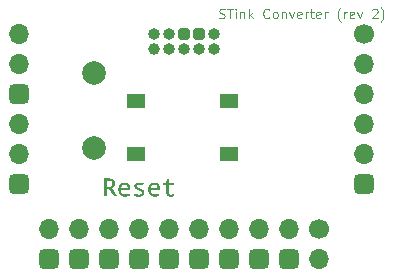
<source format=gts>
%TF.GenerationSoftware,KiCad,Pcbnew,7.0.1*%
%TF.CreationDate,2023-05-29T15:36:50+02:00*%
%TF.ProjectId,stlink-converter,73746c69-6e6b-42d6-936f-6e7665727465,rev?*%
%TF.SameCoordinates,Original*%
%TF.FileFunction,Soldermask,Top*%
%TF.FilePolarity,Negative*%
%FSLAX46Y46*%
G04 Gerber Fmt 4.6, Leading zero omitted, Abs format (unit mm)*
G04 Created by KiCad (PCBNEW 7.0.1) date 2023-05-29 15:36:50*
%MOMM*%
%LPD*%
G01*
G04 APERTURE LIST*
G04 Aperture macros list*
%AMRoundRect*
0 Rectangle with rounded corners*
0 $1 Rounding radius*
0 $2 $3 $4 $5 $6 $7 $8 $9 X,Y pos of 4 corners*
0 Add a 4 corners polygon primitive as box body*
4,1,4,$2,$3,$4,$5,$6,$7,$8,$9,$2,$3,0*
0 Add four circle primitives for the rounded corners*
1,1,$1+$1,$2,$3*
1,1,$1+$1,$4,$5*
1,1,$1+$1,$6,$7*
1,1,$1+$1,$8,$9*
0 Add four rect primitives between the rounded corners*
20,1,$1+$1,$2,$3,$4,$5,0*
20,1,$1+$1,$4,$5,$6,$7,0*
20,1,$1+$1,$6,$7,$8,$9,0*
20,1,$1+$1,$8,$9,$2,$3,0*%
G04 Aperture macros list end*
%ADD10C,0.100000*%
%ADD11C,0.300000*%
%ADD12C,2.000000*%
%ADD13C,1.000000*%
%ADD14O,1.000000X1.000000*%
%ADD15RoundRect,0.250000X0.250000X-0.250000X0.250000X0.250000X-0.250000X0.250000X-0.250000X-0.250000X0*%
%ADD16RoundRect,0.425000X-0.425000X0.425000X-0.425000X-0.425000X0.425000X-0.425000X0.425000X0.425000X0*%
%ADD17O,1.700000X1.700000*%
%ADD18C,1.700000*%
%ADD19R,1.550000X1.300000*%
%ADD20RoundRect,0.425000X-0.425000X-0.425000X0.425000X-0.425000X0.425000X0.425000X-0.425000X0.425000X0*%
%ADD21RoundRect,0.425000X0.425000X0.425000X-0.425000X0.425000X-0.425000X-0.425000X0.425000X-0.425000X0*%
G04 APERTURE END LIST*
D10*
X112166380Y-68444000D02*
X112280666Y-68482095D01*
X112280666Y-68482095D02*
X112471142Y-68482095D01*
X112471142Y-68482095D02*
X112547333Y-68444000D01*
X112547333Y-68444000D02*
X112585428Y-68405904D01*
X112585428Y-68405904D02*
X112623523Y-68329714D01*
X112623523Y-68329714D02*
X112623523Y-68253523D01*
X112623523Y-68253523D02*
X112585428Y-68177333D01*
X112585428Y-68177333D02*
X112547333Y-68139238D01*
X112547333Y-68139238D02*
X112471142Y-68101142D01*
X112471142Y-68101142D02*
X112318761Y-68063047D01*
X112318761Y-68063047D02*
X112242571Y-68024952D01*
X112242571Y-68024952D02*
X112204476Y-67986857D01*
X112204476Y-67986857D02*
X112166380Y-67910666D01*
X112166380Y-67910666D02*
X112166380Y-67834476D01*
X112166380Y-67834476D02*
X112204476Y-67758285D01*
X112204476Y-67758285D02*
X112242571Y-67720190D01*
X112242571Y-67720190D02*
X112318761Y-67682095D01*
X112318761Y-67682095D02*
X112509238Y-67682095D01*
X112509238Y-67682095D02*
X112623523Y-67720190D01*
X112852095Y-67682095D02*
X113309238Y-67682095D01*
X113080666Y-68482095D02*
X113080666Y-67682095D01*
X113575905Y-68482095D02*
X113575905Y-67948761D01*
X113575905Y-67682095D02*
X113537809Y-67720190D01*
X113537809Y-67720190D02*
X113575905Y-67758285D01*
X113575905Y-67758285D02*
X113614000Y-67720190D01*
X113614000Y-67720190D02*
X113575905Y-67682095D01*
X113575905Y-67682095D02*
X113575905Y-67758285D01*
X113956857Y-67948761D02*
X113956857Y-68482095D01*
X113956857Y-68024952D02*
X113994952Y-67986857D01*
X113994952Y-67986857D02*
X114071142Y-67948761D01*
X114071142Y-67948761D02*
X114185428Y-67948761D01*
X114185428Y-67948761D02*
X114261619Y-67986857D01*
X114261619Y-67986857D02*
X114299714Y-68063047D01*
X114299714Y-68063047D02*
X114299714Y-68482095D01*
X114680667Y-68482095D02*
X114680667Y-67682095D01*
X114756857Y-68177333D02*
X114985429Y-68482095D01*
X114985429Y-67948761D02*
X114680667Y-68253523D01*
X116394953Y-68405904D02*
X116356857Y-68444000D01*
X116356857Y-68444000D02*
X116242572Y-68482095D01*
X116242572Y-68482095D02*
X116166381Y-68482095D01*
X116166381Y-68482095D02*
X116052095Y-68444000D01*
X116052095Y-68444000D02*
X115975905Y-68367809D01*
X115975905Y-68367809D02*
X115937810Y-68291619D01*
X115937810Y-68291619D02*
X115899714Y-68139238D01*
X115899714Y-68139238D02*
X115899714Y-68024952D01*
X115899714Y-68024952D02*
X115937810Y-67872571D01*
X115937810Y-67872571D02*
X115975905Y-67796380D01*
X115975905Y-67796380D02*
X116052095Y-67720190D01*
X116052095Y-67720190D02*
X116166381Y-67682095D01*
X116166381Y-67682095D02*
X116242572Y-67682095D01*
X116242572Y-67682095D02*
X116356857Y-67720190D01*
X116356857Y-67720190D02*
X116394953Y-67758285D01*
X116852095Y-68482095D02*
X116775905Y-68444000D01*
X116775905Y-68444000D02*
X116737810Y-68405904D01*
X116737810Y-68405904D02*
X116699714Y-68329714D01*
X116699714Y-68329714D02*
X116699714Y-68101142D01*
X116699714Y-68101142D02*
X116737810Y-68024952D01*
X116737810Y-68024952D02*
X116775905Y-67986857D01*
X116775905Y-67986857D02*
X116852095Y-67948761D01*
X116852095Y-67948761D02*
X116966381Y-67948761D01*
X116966381Y-67948761D02*
X117042572Y-67986857D01*
X117042572Y-67986857D02*
X117080667Y-68024952D01*
X117080667Y-68024952D02*
X117118762Y-68101142D01*
X117118762Y-68101142D02*
X117118762Y-68329714D01*
X117118762Y-68329714D02*
X117080667Y-68405904D01*
X117080667Y-68405904D02*
X117042572Y-68444000D01*
X117042572Y-68444000D02*
X116966381Y-68482095D01*
X116966381Y-68482095D02*
X116852095Y-68482095D01*
X117461620Y-67948761D02*
X117461620Y-68482095D01*
X117461620Y-68024952D02*
X117499715Y-67986857D01*
X117499715Y-67986857D02*
X117575905Y-67948761D01*
X117575905Y-67948761D02*
X117690191Y-67948761D01*
X117690191Y-67948761D02*
X117766382Y-67986857D01*
X117766382Y-67986857D02*
X117804477Y-68063047D01*
X117804477Y-68063047D02*
X117804477Y-68482095D01*
X118109239Y-67948761D02*
X118299715Y-68482095D01*
X118299715Y-68482095D02*
X118490192Y-67948761D01*
X119099716Y-68444000D02*
X119023525Y-68482095D01*
X119023525Y-68482095D02*
X118871144Y-68482095D01*
X118871144Y-68482095D02*
X118794954Y-68444000D01*
X118794954Y-68444000D02*
X118756858Y-68367809D01*
X118756858Y-68367809D02*
X118756858Y-68063047D01*
X118756858Y-68063047D02*
X118794954Y-67986857D01*
X118794954Y-67986857D02*
X118871144Y-67948761D01*
X118871144Y-67948761D02*
X119023525Y-67948761D01*
X119023525Y-67948761D02*
X119099716Y-67986857D01*
X119099716Y-67986857D02*
X119137811Y-68063047D01*
X119137811Y-68063047D02*
X119137811Y-68139238D01*
X119137811Y-68139238D02*
X118756858Y-68215428D01*
X119480668Y-68482095D02*
X119480668Y-67948761D01*
X119480668Y-68101142D02*
X119518763Y-68024952D01*
X119518763Y-68024952D02*
X119556858Y-67986857D01*
X119556858Y-67986857D02*
X119633049Y-67948761D01*
X119633049Y-67948761D02*
X119709239Y-67948761D01*
X119861620Y-67948761D02*
X120166382Y-67948761D01*
X119975906Y-67682095D02*
X119975906Y-68367809D01*
X119975906Y-68367809D02*
X120014001Y-68444000D01*
X120014001Y-68444000D02*
X120090191Y-68482095D01*
X120090191Y-68482095D02*
X120166382Y-68482095D01*
X120737811Y-68444000D02*
X120661620Y-68482095D01*
X120661620Y-68482095D02*
X120509239Y-68482095D01*
X120509239Y-68482095D02*
X120433049Y-68444000D01*
X120433049Y-68444000D02*
X120394953Y-68367809D01*
X120394953Y-68367809D02*
X120394953Y-68063047D01*
X120394953Y-68063047D02*
X120433049Y-67986857D01*
X120433049Y-67986857D02*
X120509239Y-67948761D01*
X120509239Y-67948761D02*
X120661620Y-67948761D01*
X120661620Y-67948761D02*
X120737811Y-67986857D01*
X120737811Y-67986857D02*
X120775906Y-68063047D01*
X120775906Y-68063047D02*
X120775906Y-68139238D01*
X120775906Y-68139238D02*
X120394953Y-68215428D01*
X121118763Y-68482095D02*
X121118763Y-67948761D01*
X121118763Y-68101142D02*
X121156858Y-68024952D01*
X121156858Y-68024952D02*
X121194953Y-67986857D01*
X121194953Y-67986857D02*
X121271144Y-67948761D01*
X121271144Y-67948761D02*
X121347334Y-67948761D01*
X122452096Y-68786857D02*
X122414001Y-68748761D01*
X122414001Y-68748761D02*
X122337810Y-68634476D01*
X122337810Y-68634476D02*
X122299715Y-68558285D01*
X122299715Y-68558285D02*
X122261620Y-68444000D01*
X122261620Y-68444000D02*
X122223525Y-68253523D01*
X122223525Y-68253523D02*
X122223525Y-68101142D01*
X122223525Y-68101142D02*
X122261620Y-67910666D01*
X122261620Y-67910666D02*
X122299715Y-67796380D01*
X122299715Y-67796380D02*
X122337810Y-67720190D01*
X122337810Y-67720190D02*
X122414001Y-67605904D01*
X122414001Y-67605904D02*
X122452096Y-67567809D01*
X122756858Y-68482095D02*
X122756858Y-67948761D01*
X122756858Y-68101142D02*
X122794953Y-68024952D01*
X122794953Y-68024952D02*
X122833048Y-67986857D01*
X122833048Y-67986857D02*
X122909239Y-67948761D01*
X122909239Y-67948761D02*
X122985429Y-67948761D01*
X123556858Y-68444000D02*
X123480667Y-68482095D01*
X123480667Y-68482095D02*
X123328286Y-68482095D01*
X123328286Y-68482095D02*
X123252096Y-68444000D01*
X123252096Y-68444000D02*
X123214000Y-68367809D01*
X123214000Y-68367809D02*
X123214000Y-68063047D01*
X123214000Y-68063047D02*
X123252096Y-67986857D01*
X123252096Y-67986857D02*
X123328286Y-67948761D01*
X123328286Y-67948761D02*
X123480667Y-67948761D01*
X123480667Y-67948761D02*
X123556858Y-67986857D01*
X123556858Y-67986857D02*
X123594953Y-68063047D01*
X123594953Y-68063047D02*
X123594953Y-68139238D01*
X123594953Y-68139238D02*
X123214000Y-68215428D01*
X123861619Y-67948761D02*
X124052095Y-68482095D01*
X124052095Y-68482095D02*
X124242572Y-67948761D01*
X125118762Y-67758285D02*
X125156858Y-67720190D01*
X125156858Y-67720190D02*
X125233048Y-67682095D01*
X125233048Y-67682095D02*
X125423524Y-67682095D01*
X125423524Y-67682095D02*
X125499715Y-67720190D01*
X125499715Y-67720190D02*
X125537810Y-67758285D01*
X125537810Y-67758285D02*
X125575905Y-67834476D01*
X125575905Y-67834476D02*
X125575905Y-67910666D01*
X125575905Y-67910666D02*
X125537810Y-68024952D01*
X125537810Y-68024952D02*
X125080667Y-68482095D01*
X125080667Y-68482095D02*
X125575905Y-68482095D01*
X125842572Y-68786857D02*
X125880667Y-68748761D01*
X125880667Y-68748761D02*
X125956858Y-68634476D01*
X125956858Y-68634476D02*
X125994953Y-68558285D01*
X125994953Y-68558285D02*
X126033048Y-68444000D01*
X126033048Y-68444000D02*
X126071144Y-68253523D01*
X126071144Y-68253523D02*
X126071144Y-68101142D01*
X126071144Y-68101142D02*
X126033048Y-67910666D01*
X126033048Y-67910666D02*
X125994953Y-67796380D01*
X125994953Y-67796380D02*
X125956858Y-67720190D01*
X125956858Y-67720190D02*
X125880667Y-67605904D01*
X125880667Y-67605904D02*
X125842572Y-67567809D01*
D11*
G36*
X102839859Y-82041356D02*
G01*
X102872486Y-82042653D01*
X102904044Y-82044814D01*
X102934532Y-82047839D01*
X102963950Y-82051729D01*
X102992299Y-82056483D01*
X103019578Y-82062102D01*
X103045787Y-82068585D01*
X103070926Y-82075932D01*
X103094995Y-82084144D01*
X103117995Y-82093220D01*
X103139925Y-82103160D01*
X103160785Y-82113965D01*
X103180576Y-82125634D01*
X103199296Y-82138168D01*
X103216947Y-82151566D01*
X103233529Y-82165829D01*
X103249040Y-82180955D01*
X103263482Y-82196947D01*
X103276854Y-82213802D01*
X103289156Y-82231522D01*
X103300388Y-82250107D01*
X103310551Y-82269555D01*
X103319644Y-82289869D01*
X103327667Y-82311046D01*
X103334620Y-82333088D01*
X103340504Y-82355995D01*
X103345318Y-82379765D01*
X103349062Y-82404400D01*
X103351736Y-82429900D01*
X103353341Y-82456264D01*
X103353876Y-82483492D01*
X103353591Y-82502418D01*
X103352735Y-82520956D01*
X103351310Y-82539106D01*
X103349314Y-82556868D01*
X103346747Y-82574242D01*
X103343611Y-82591229D01*
X103339904Y-82607828D01*
X103335626Y-82624039D01*
X103330779Y-82639862D01*
X103325361Y-82655297D01*
X103319373Y-82670344D01*
X103312815Y-82685004D01*
X103305686Y-82699276D01*
X103297987Y-82713160D01*
X103289718Y-82726656D01*
X103280878Y-82739764D01*
X103271468Y-82752484D01*
X103261488Y-82764817D01*
X103250937Y-82776762D01*
X103239816Y-82788319D01*
X103228125Y-82799488D01*
X103215864Y-82810269D01*
X103203032Y-82820663D01*
X103189630Y-82830668D01*
X103175658Y-82840286D01*
X103161115Y-82849516D01*
X103146003Y-82858358D01*
X103130319Y-82866812D01*
X103114066Y-82874879D01*
X103097242Y-82882557D01*
X103079848Y-82889848D01*
X103061884Y-82896751D01*
X103474043Y-83565000D01*
X103221252Y-83565000D01*
X102860383Y-82955003D01*
X102642763Y-82955003D01*
X102642763Y-83565000D01*
X102426608Y-83565000D01*
X102426608Y-82228136D01*
X102642763Y-82228136D01*
X102642763Y-82767791D01*
X102799933Y-82767791D01*
X102821095Y-82767535D01*
X102841533Y-82766766D01*
X102861246Y-82765485D01*
X102880236Y-82763692D01*
X102898501Y-82761387D01*
X102916042Y-82758569D01*
X102932859Y-82755239D01*
X102948952Y-82751396D01*
X102964321Y-82747041D01*
X102978965Y-82742174D01*
X102992886Y-82736794D01*
X103012408Y-82727764D01*
X103030302Y-82717582D01*
X103046566Y-82706246D01*
X103051625Y-82702212D01*
X103065899Y-82689223D01*
X103078768Y-82674850D01*
X103090233Y-82659093D01*
X103100295Y-82641950D01*
X103108952Y-82623424D01*
X103116206Y-82603512D01*
X103122055Y-82582216D01*
X103125175Y-82567250D01*
X103127671Y-82551668D01*
X103129543Y-82535470D01*
X103130791Y-82518658D01*
X103131415Y-82501230D01*
X103131493Y-82492285D01*
X103131185Y-82474964D01*
X103130262Y-82458265D01*
X103128724Y-82442186D01*
X103126570Y-82426729D01*
X103123801Y-82411892D01*
X103118493Y-82390802D01*
X103111801Y-82371110D01*
X103103724Y-82352815D01*
X103094263Y-82335917D01*
X103083417Y-82320417D01*
X103071186Y-82306315D01*
X103057571Y-82293610D01*
X103052725Y-82289685D01*
X103037135Y-82278686D01*
X103019769Y-82268768D01*
X103000625Y-82259933D01*
X102986875Y-82254643D01*
X102972335Y-82249835D01*
X102957005Y-82245507D01*
X102940885Y-82241660D01*
X102923975Y-82238294D01*
X102906275Y-82235409D01*
X102887785Y-82233005D01*
X102868505Y-82231082D01*
X102848435Y-82229639D01*
X102827575Y-82228677D01*
X102805925Y-82228196D01*
X102794804Y-82228136D01*
X102642763Y-82228136D01*
X102426608Y-82228136D01*
X102426608Y-82040924D01*
X102806161Y-82040924D01*
X102839859Y-82041356D01*
G37*
G36*
X104184897Y-82393189D02*
G01*
X104211781Y-82394855D01*
X104237963Y-82397631D01*
X104263444Y-82401518D01*
X104288224Y-82406516D01*
X104312302Y-82412624D01*
X104335679Y-82419842D01*
X104358355Y-82428171D01*
X104380330Y-82437611D01*
X104401603Y-82448161D01*
X104422176Y-82459822D01*
X104442047Y-82472593D01*
X104461216Y-82486475D01*
X104479685Y-82501467D01*
X104497452Y-82517570D01*
X104514518Y-82534783D01*
X104530711Y-82552915D01*
X104545859Y-82571775D01*
X104559963Y-82591361D01*
X104573022Y-82611674D01*
X104585036Y-82632714D01*
X104596005Y-82654481D01*
X104605930Y-82676975D01*
X104614810Y-82700197D01*
X104622646Y-82724145D01*
X104629436Y-82748820D01*
X104635182Y-82774222D01*
X104639883Y-82800351D01*
X104643540Y-82827208D01*
X104646152Y-82854791D01*
X104647719Y-82883101D01*
X104648241Y-82912138D01*
X104648241Y-83040732D01*
X103851032Y-83040732D01*
X103851810Y-83062912D01*
X103853228Y-83084387D01*
X103855285Y-83105158D01*
X103857982Y-83125225D01*
X103861318Y-83144588D01*
X103865295Y-83163247D01*
X103869911Y-83181201D01*
X103875167Y-83198452D01*
X103881062Y-83214999D01*
X103887597Y-83230841D01*
X103894772Y-83245979D01*
X103902587Y-83260413D01*
X103911041Y-83274143D01*
X103920135Y-83287169D01*
X103929869Y-83299491D01*
X103940242Y-83311109D01*
X103951255Y-83322023D01*
X103962908Y-83332232D01*
X103975200Y-83341738D01*
X103988133Y-83350539D01*
X104001705Y-83358636D01*
X104015916Y-83366029D01*
X104030768Y-83372718D01*
X104046259Y-83378703D01*
X104062389Y-83383984D01*
X104079160Y-83388561D01*
X104096570Y-83392433D01*
X104114620Y-83395602D01*
X104133310Y-83398066D01*
X104152639Y-83399826D01*
X104172608Y-83400883D01*
X104193217Y-83401235D01*
X104218022Y-83400904D01*
X104242796Y-83399912D01*
X104267538Y-83398259D01*
X104292249Y-83395945D01*
X104316929Y-83392970D01*
X104341577Y-83389334D01*
X104366193Y-83385036D01*
X104390778Y-83380077D01*
X104415332Y-83374457D01*
X104439854Y-83368176D01*
X104464345Y-83361234D01*
X104488804Y-83353630D01*
X104513231Y-83345366D01*
X104537628Y-83336440D01*
X104561992Y-83326853D01*
X104586325Y-83316605D01*
X104586325Y-83507114D01*
X104563691Y-83516963D01*
X104540850Y-83526176D01*
X104517804Y-83534754D01*
X104494551Y-83542697D01*
X104471092Y-83550004D01*
X104447428Y-83556676D01*
X104423557Y-83562713D01*
X104399480Y-83568114D01*
X104375197Y-83572879D01*
X104350707Y-83577009D01*
X104326012Y-83580504D01*
X104301111Y-83583364D01*
X104276003Y-83585587D01*
X104250690Y-83587176D01*
X104225170Y-83588129D01*
X104199445Y-83588447D01*
X104183470Y-83588293D01*
X104167696Y-83587831D01*
X104152120Y-83587062D01*
X104136745Y-83585985D01*
X104121569Y-83584601D01*
X104106593Y-83582908D01*
X104091816Y-83580908D01*
X104077239Y-83578601D01*
X104048684Y-83573062D01*
X104020928Y-83566293D01*
X103993970Y-83558293D01*
X103967811Y-83549063D01*
X103942450Y-83538601D01*
X103917888Y-83526909D01*
X103894124Y-83513986D01*
X103871159Y-83499832D01*
X103848993Y-83484448D01*
X103827625Y-83467833D01*
X103807056Y-83449987D01*
X103787285Y-83430910D01*
X103768519Y-83410760D01*
X103750963Y-83389694D01*
X103734619Y-83367712D01*
X103719485Y-83344815D01*
X103705561Y-83321001D01*
X103692849Y-83296271D01*
X103681347Y-83270626D01*
X103671056Y-83244064D01*
X103661975Y-83216587D01*
X103657889Y-83202505D01*
X103654106Y-83188194D01*
X103650625Y-83173654D01*
X103647447Y-83158885D01*
X103644571Y-83143887D01*
X103641999Y-83128660D01*
X103639728Y-83113204D01*
X103637761Y-83097519D01*
X103636096Y-83081605D01*
X103634734Y-83065462D01*
X103633675Y-83049090D01*
X103632918Y-83032489D01*
X103632464Y-83015659D01*
X103632313Y-82998600D01*
X103632452Y-82981333D01*
X103632870Y-82964288D01*
X103633565Y-82947467D01*
X103634540Y-82930869D01*
X103635792Y-82914494D01*
X103637323Y-82898342D01*
X103639132Y-82882414D01*
X103641220Y-82866709D01*
X103642004Y-82861580D01*
X103855795Y-82861580D01*
X104421461Y-82861580D01*
X104421199Y-82843751D01*
X104420412Y-82826488D01*
X104419101Y-82809791D01*
X104417265Y-82793660D01*
X104414905Y-82778094D01*
X104412020Y-82763095D01*
X104408611Y-82748662D01*
X104400219Y-82721494D01*
X104389729Y-82696590D01*
X104377141Y-82673950D01*
X104362455Y-82653574D01*
X104345671Y-82635461D01*
X104326789Y-82619613D01*
X104305809Y-82606029D01*
X104282731Y-82594709D01*
X104257555Y-82585653D01*
X104230280Y-82578861D01*
X104200908Y-82574333D01*
X104185436Y-82572918D01*
X104169438Y-82572069D01*
X104152916Y-82571786D01*
X104136123Y-82572069D01*
X104119813Y-82572918D01*
X104103989Y-82574333D01*
X104088648Y-82576314D01*
X104073792Y-82578861D01*
X104059421Y-82581974D01*
X104032131Y-82589898D01*
X104006779Y-82600086D01*
X103983364Y-82612538D01*
X103961888Y-82627254D01*
X103942349Y-82644234D01*
X103924747Y-82663479D01*
X103909084Y-82684987D01*
X103895358Y-82708759D01*
X103883570Y-82734795D01*
X103878403Y-82748662D01*
X103873720Y-82763095D01*
X103869521Y-82778094D01*
X103865807Y-82793660D01*
X103862577Y-82809791D01*
X103859832Y-82826488D01*
X103857571Y-82843751D01*
X103855795Y-82861580D01*
X103642004Y-82861580D01*
X103643586Y-82851227D01*
X103646230Y-82835969D01*
X103649153Y-82820934D01*
X103652354Y-82806122D01*
X103655833Y-82791533D01*
X103659591Y-82777167D01*
X103663627Y-82763025D01*
X103672535Y-82735411D01*
X103682555Y-82708689D01*
X103693689Y-82682860D01*
X103705937Y-82657924D01*
X103719298Y-82633882D01*
X103733772Y-82610732D01*
X103749359Y-82588476D01*
X103766060Y-82567112D01*
X103774829Y-82556765D01*
X103793067Y-82536890D01*
X103812060Y-82518297D01*
X103831810Y-82500986D01*
X103852315Y-82484958D01*
X103873575Y-82470211D01*
X103895591Y-82456748D01*
X103918363Y-82444566D01*
X103941891Y-82433667D01*
X103966174Y-82424050D01*
X103991212Y-82415715D01*
X104017007Y-82408662D01*
X104043557Y-82402892D01*
X104070862Y-82398404D01*
X104098924Y-82395198D01*
X104127740Y-82393275D01*
X104142432Y-82392794D01*
X104157313Y-82392634D01*
X104184897Y-82393189D01*
G37*
G36*
X104964780Y-83512609D02*
G01*
X104964780Y-83316605D01*
X104991302Y-83327829D01*
X105017565Y-83338329D01*
X105043567Y-83348105D01*
X105069308Y-83357156D01*
X105094789Y-83365484D01*
X105120009Y-83373088D01*
X105144969Y-83379967D01*
X105169669Y-83386122D01*
X105194108Y-83391553D01*
X105218287Y-83396260D01*
X105242205Y-83400243D01*
X105265862Y-83403502D01*
X105289260Y-83406036D01*
X105312396Y-83407846D01*
X105335273Y-83408933D01*
X105357889Y-83409295D01*
X105374591Y-83409145D01*
X105390763Y-83408696D01*
X105406404Y-83407949D01*
X105421516Y-83406902D01*
X105450148Y-83403911D01*
X105476659Y-83399723D01*
X105501050Y-83394340D01*
X105523319Y-83387759D01*
X105543468Y-83379983D01*
X105561495Y-83371010D01*
X105577402Y-83360840D01*
X105591188Y-83349474D01*
X105602853Y-83336912D01*
X105612397Y-83323153D01*
X105619820Y-83308198D01*
X105625123Y-83292047D01*
X105628304Y-83274699D01*
X105629364Y-83256154D01*
X105628202Y-83239858D01*
X105624713Y-83224169D01*
X105618899Y-83209089D01*
X105610760Y-83194617D01*
X105600295Y-83180753D01*
X105587504Y-83167497D01*
X105581737Y-83162365D01*
X105567758Y-83151729D01*
X105554554Y-83143256D01*
X105539018Y-83134358D01*
X105521152Y-83125035D01*
X105507945Y-83118584D01*
X105493703Y-83111944D01*
X105478425Y-83105114D01*
X105462110Y-83098096D01*
X105444759Y-83090889D01*
X105426372Y-83083493D01*
X105406949Y-83075908D01*
X105386490Y-83068134D01*
X105364995Y-83060172D01*
X105353859Y-83056120D01*
X105338829Y-83050454D01*
X105324147Y-83044815D01*
X105309814Y-83039203D01*
X105295830Y-83033617D01*
X105282194Y-83028057D01*
X105255967Y-83017018D01*
X105231135Y-83006084D01*
X105207696Y-82995256D01*
X105185651Y-82984534D01*
X105165000Y-82973918D01*
X105145743Y-82963408D01*
X105127880Y-82953004D01*
X105111411Y-82942706D01*
X105096336Y-82932513D01*
X105082654Y-82922427D01*
X105070367Y-82912446D01*
X105059473Y-82902572D01*
X105045746Y-82887958D01*
X105034223Y-82873144D01*
X105023833Y-82857828D01*
X105014577Y-82842009D01*
X105006454Y-82825688D01*
X104999464Y-82808864D01*
X104993608Y-82791539D01*
X104988885Y-82773711D01*
X104985296Y-82755380D01*
X104982840Y-82736548D01*
X104981518Y-82717213D01*
X104981266Y-82704043D01*
X104981730Y-82686020D01*
X104983121Y-82668495D01*
X104985439Y-82651467D01*
X104988685Y-82634938D01*
X104992858Y-82618907D01*
X104997959Y-82603373D01*
X105003986Y-82588338D01*
X105010942Y-82573801D01*
X105018824Y-82559762D01*
X105027634Y-82546221D01*
X105037371Y-82533177D01*
X105048036Y-82520632D01*
X105059628Y-82508585D01*
X105072147Y-82497036D01*
X105085594Y-82485985D01*
X105099968Y-82475432D01*
X105115194Y-82465406D01*
X105131103Y-82456026D01*
X105147697Y-82447294D01*
X105164975Y-82439208D01*
X105182937Y-82431769D01*
X105201583Y-82424977D01*
X105220913Y-82418832D01*
X105240927Y-82413333D01*
X105261625Y-82408482D01*
X105283007Y-82404277D01*
X105305073Y-82400720D01*
X105327824Y-82397809D01*
X105351258Y-82395545D01*
X105375377Y-82393928D01*
X105400179Y-82392957D01*
X105425666Y-82392634D01*
X105451424Y-82392953D01*
X105477043Y-82393910D01*
X105502521Y-82395506D01*
X105527859Y-82397740D01*
X105553056Y-82400612D01*
X105578114Y-82404123D01*
X105603031Y-82408272D01*
X105627807Y-82413059D01*
X105652444Y-82418484D01*
X105676940Y-82424548D01*
X105701296Y-82431249D01*
X105725512Y-82438590D01*
X105749588Y-82446568D01*
X105773523Y-82455185D01*
X105797318Y-82464440D01*
X105820973Y-82474333D01*
X105750631Y-82649089D01*
X105726309Y-82639728D01*
X105702437Y-82630971D01*
X105679014Y-82622818D01*
X105656040Y-82615269D01*
X105633516Y-82608324D01*
X105611441Y-82601982D01*
X105589816Y-82596245D01*
X105568640Y-82591112D01*
X105547913Y-82586582D01*
X105527635Y-82582657D01*
X105507807Y-82579335D01*
X105488429Y-82576617D01*
X105469499Y-82574504D01*
X105451019Y-82572994D01*
X105432989Y-82572088D01*
X105415408Y-82571786D01*
X105387369Y-82572275D01*
X105361140Y-82573744D01*
X105336720Y-82576191D01*
X105314108Y-82579617D01*
X105293305Y-82584022D01*
X105274312Y-82589406D01*
X105257127Y-82595769D01*
X105241751Y-82603110D01*
X105228184Y-82611431D01*
X105216426Y-82620730D01*
X105202181Y-82636514D01*
X105192006Y-82654501D01*
X105185901Y-82674691D01*
X105184092Y-82689374D01*
X105183866Y-82697083D01*
X105185055Y-82714310D01*
X105188624Y-82730499D01*
X105194572Y-82745651D01*
X105202899Y-82759765D01*
X105213606Y-82772842D01*
X105226691Y-82784881D01*
X105232592Y-82789406D01*
X105247006Y-82798686D01*
X105260627Y-82806284D01*
X105276656Y-82814429D01*
X105295094Y-82823122D01*
X105308723Y-82829222D01*
X105323424Y-82835564D01*
X105339195Y-82842150D01*
X105356036Y-82848980D01*
X105373948Y-82856052D01*
X105392930Y-82863368D01*
X105412983Y-82870927D01*
X105434106Y-82878729D01*
X105456300Y-82886775D01*
X105467798Y-82890889D01*
X105494750Y-82900960D01*
X105520560Y-82911022D01*
X105545228Y-82921076D01*
X105568754Y-82931121D01*
X105591138Y-82941157D01*
X105612380Y-82951185D01*
X105632480Y-82961204D01*
X105651438Y-82971215D01*
X105669254Y-82981217D01*
X105685928Y-82991210D01*
X105701460Y-83001195D01*
X105715849Y-83011171D01*
X105729097Y-83021139D01*
X105741203Y-83031098D01*
X105752167Y-83041049D01*
X105761988Y-83050990D01*
X105775279Y-83066153D01*
X105787263Y-83081967D01*
X105797940Y-83098431D01*
X105807309Y-83115545D01*
X105815371Y-83133310D01*
X105822125Y-83151725D01*
X105827572Y-83170790D01*
X105831712Y-83190507D01*
X105834545Y-83210873D01*
X105836070Y-83231890D01*
X105836360Y-83246263D01*
X105835874Y-83266006D01*
X105834414Y-83285212D01*
X105831981Y-83303879D01*
X105828575Y-83322008D01*
X105824196Y-83339600D01*
X105818843Y-83356653D01*
X105812518Y-83373168D01*
X105805219Y-83389145D01*
X105796948Y-83404583D01*
X105787703Y-83419484D01*
X105777484Y-83433847D01*
X105766293Y-83447671D01*
X105754129Y-83460958D01*
X105740991Y-83473706D01*
X105726880Y-83485916D01*
X105711796Y-83497588D01*
X105695837Y-83508591D01*
X105679098Y-83518883D01*
X105661582Y-83528466D01*
X105643286Y-83537339D01*
X105624212Y-83545502D01*
X105604360Y-83552955D01*
X105583729Y-83559699D01*
X105562320Y-83565732D01*
X105540132Y-83571056D01*
X105517165Y-83575670D01*
X105493420Y-83579574D01*
X105468897Y-83582768D01*
X105443595Y-83585253D01*
X105417514Y-83587027D01*
X105390655Y-83588092D01*
X105363018Y-83588447D01*
X105346968Y-83588373D01*
X105331151Y-83588151D01*
X105315567Y-83587780D01*
X105300215Y-83587262D01*
X105285095Y-83586595D01*
X105270209Y-83585781D01*
X105255554Y-83584818D01*
X105226944Y-83582448D01*
X105199263Y-83579486D01*
X105172513Y-83575931D01*
X105146693Y-83571783D01*
X105121803Y-83567043D01*
X105097843Y-83561711D01*
X105074814Y-83555786D01*
X105052715Y-83549269D01*
X105031546Y-83542159D01*
X105011307Y-83534457D01*
X104991998Y-83526162D01*
X104973620Y-83517275D01*
X104964780Y-83512609D01*
G37*
G36*
X106705484Y-82393189D02*
G01*
X106732367Y-82394855D01*
X106758549Y-82397631D01*
X106784030Y-82401518D01*
X106808810Y-82406516D01*
X106832888Y-82412624D01*
X106856265Y-82419842D01*
X106878941Y-82428171D01*
X106900916Y-82437611D01*
X106922190Y-82448161D01*
X106942762Y-82459822D01*
X106962633Y-82472593D01*
X106981802Y-82486475D01*
X107000271Y-82501467D01*
X107018038Y-82517570D01*
X107035104Y-82534783D01*
X107051297Y-82552915D01*
X107066445Y-82571775D01*
X107080549Y-82591361D01*
X107093608Y-82611674D01*
X107105622Y-82632714D01*
X107116592Y-82654481D01*
X107126516Y-82676975D01*
X107135396Y-82700197D01*
X107143232Y-82724145D01*
X107150022Y-82748820D01*
X107155768Y-82774222D01*
X107160469Y-82800351D01*
X107164126Y-82827208D01*
X107166738Y-82854791D01*
X107168305Y-82883101D01*
X107168827Y-82912138D01*
X107168827Y-83040732D01*
X106371618Y-83040732D01*
X106372396Y-83062912D01*
X106373814Y-83084387D01*
X106375871Y-83105158D01*
X106378568Y-83125225D01*
X106381905Y-83144588D01*
X106385881Y-83163247D01*
X106390497Y-83181201D01*
X106395753Y-83198452D01*
X106401648Y-83214999D01*
X106408183Y-83230841D01*
X106415358Y-83245979D01*
X106423173Y-83260413D01*
X106431627Y-83274143D01*
X106440721Y-83287169D01*
X106450455Y-83299491D01*
X106460828Y-83311109D01*
X106471841Y-83322023D01*
X106483494Y-83332232D01*
X106495787Y-83341738D01*
X106508719Y-83350539D01*
X106522291Y-83358636D01*
X106536502Y-83366029D01*
X106551354Y-83372718D01*
X106566845Y-83378703D01*
X106582976Y-83383984D01*
X106599746Y-83388561D01*
X106617156Y-83392433D01*
X106635206Y-83395602D01*
X106653896Y-83398066D01*
X106673225Y-83399826D01*
X106693194Y-83400883D01*
X106713803Y-83401235D01*
X106738608Y-83400904D01*
X106763382Y-83399912D01*
X106788125Y-83398259D01*
X106812836Y-83395945D01*
X106837515Y-83392970D01*
X106862163Y-83389334D01*
X106886780Y-83385036D01*
X106911365Y-83380077D01*
X106935918Y-83374457D01*
X106960440Y-83368176D01*
X106984931Y-83361234D01*
X107009390Y-83353630D01*
X107033818Y-83345366D01*
X107058214Y-83336440D01*
X107082578Y-83326853D01*
X107106912Y-83316605D01*
X107106912Y-83507114D01*
X107084277Y-83516963D01*
X107061437Y-83526176D01*
X107038390Y-83534754D01*
X107015137Y-83542697D01*
X106991679Y-83550004D01*
X106968014Y-83556676D01*
X106944143Y-83562713D01*
X106920066Y-83568114D01*
X106895783Y-83572879D01*
X106871294Y-83577009D01*
X106846598Y-83580504D01*
X106821697Y-83583364D01*
X106796590Y-83585587D01*
X106771276Y-83587176D01*
X106745757Y-83588129D01*
X106720031Y-83588447D01*
X106704056Y-83588293D01*
X106688282Y-83587831D01*
X106672707Y-83587062D01*
X106657331Y-83585985D01*
X106642155Y-83584601D01*
X106627179Y-83582908D01*
X106612402Y-83580908D01*
X106597826Y-83578601D01*
X106569271Y-83573062D01*
X106541514Y-83566293D01*
X106514556Y-83558293D01*
X106488397Y-83549063D01*
X106463036Y-83538601D01*
X106438474Y-83526909D01*
X106414711Y-83513986D01*
X106391746Y-83499832D01*
X106369579Y-83484448D01*
X106348211Y-83467833D01*
X106327642Y-83449987D01*
X106307871Y-83430910D01*
X106289105Y-83410760D01*
X106271550Y-83389694D01*
X106255205Y-83367712D01*
X106240071Y-83344815D01*
X106226148Y-83321001D01*
X106213435Y-83296271D01*
X106201933Y-83270626D01*
X106191642Y-83244064D01*
X106182562Y-83216587D01*
X106178475Y-83202505D01*
X106174692Y-83188194D01*
X106171211Y-83173654D01*
X106168033Y-83158885D01*
X106165158Y-83143887D01*
X106162585Y-83128660D01*
X106160315Y-83113204D01*
X106158347Y-83097519D01*
X106156683Y-83081605D01*
X106155320Y-83065462D01*
X106154261Y-83049090D01*
X106153504Y-83032489D01*
X106153050Y-83015659D01*
X106152899Y-82998600D01*
X106153038Y-82981333D01*
X106153456Y-82964288D01*
X106154152Y-82947467D01*
X106155126Y-82930869D01*
X106156378Y-82914494D01*
X106157909Y-82898342D01*
X106159719Y-82882414D01*
X106161806Y-82866709D01*
X106162590Y-82861580D01*
X106376381Y-82861580D01*
X106942048Y-82861580D01*
X106941785Y-82843751D01*
X106940999Y-82826488D01*
X106939687Y-82809791D01*
X106937852Y-82793660D01*
X106935491Y-82778094D01*
X106932607Y-82763095D01*
X106929197Y-82748662D01*
X106920805Y-82721494D01*
X106910315Y-82696590D01*
X106897727Y-82673950D01*
X106883041Y-82653574D01*
X106866257Y-82635461D01*
X106847375Y-82619613D01*
X106826395Y-82606029D01*
X106803317Y-82594709D01*
X106778141Y-82585653D01*
X106750867Y-82578861D01*
X106721495Y-82574333D01*
X106706022Y-82572918D01*
X106690024Y-82572069D01*
X106673503Y-82571786D01*
X106656709Y-82572069D01*
X106640400Y-82572918D01*
X106624575Y-82574333D01*
X106609234Y-82576314D01*
X106594378Y-82578861D01*
X106580007Y-82581974D01*
X106552717Y-82589898D01*
X106527365Y-82600086D01*
X106503950Y-82612538D01*
X106482474Y-82627254D01*
X106462935Y-82644234D01*
X106445334Y-82663479D01*
X106429670Y-82684987D01*
X106415944Y-82708759D01*
X106404156Y-82734795D01*
X106398989Y-82748662D01*
X106394306Y-82763095D01*
X106390107Y-82778094D01*
X106386393Y-82793660D01*
X106383164Y-82809791D01*
X106380418Y-82826488D01*
X106378158Y-82843751D01*
X106376381Y-82861580D01*
X106162590Y-82861580D01*
X106164172Y-82851227D01*
X106166817Y-82835969D01*
X106169739Y-82820934D01*
X106172940Y-82806122D01*
X106176420Y-82791533D01*
X106180177Y-82777167D01*
X106184213Y-82763025D01*
X106193121Y-82735411D01*
X106203141Y-82708689D01*
X106214275Y-82682860D01*
X106226523Y-82657924D01*
X106239884Y-82633882D01*
X106254358Y-82610732D01*
X106269946Y-82588476D01*
X106286647Y-82567112D01*
X106295415Y-82556765D01*
X106313653Y-82536890D01*
X106332646Y-82518297D01*
X106352396Y-82500986D01*
X106372901Y-82484958D01*
X106394161Y-82470211D01*
X106416178Y-82456748D01*
X106438949Y-82444566D01*
X106462477Y-82433667D01*
X106486760Y-82424050D01*
X106511799Y-82415715D01*
X106537593Y-82408662D01*
X106564143Y-82402892D01*
X106591448Y-82398404D01*
X106619510Y-82395198D01*
X106648327Y-82393275D01*
X106663018Y-82392794D01*
X106677899Y-82392634D01*
X106705484Y-82393189D01*
G37*
G36*
X108350718Y-83388412D02*
G01*
X108350718Y-83552909D01*
X108332742Y-83557213D01*
X108314900Y-83561239D01*
X108297193Y-83564987D01*
X108279621Y-83568457D01*
X108262183Y-83571650D01*
X108244879Y-83574565D01*
X108227710Y-83577203D01*
X108210676Y-83579562D01*
X108193776Y-83581645D01*
X108177010Y-83583449D01*
X108160379Y-83584976D01*
X108143883Y-83586226D01*
X108127521Y-83587197D01*
X108111293Y-83587892D01*
X108095201Y-83588308D01*
X108079242Y-83588447D01*
X108055575Y-83588092D01*
X108032660Y-83587029D01*
X108010495Y-83585256D01*
X107989082Y-83582774D01*
X107968421Y-83579583D01*
X107948510Y-83575683D01*
X107929351Y-83571073D01*
X107910944Y-83565755D01*
X107893287Y-83559728D01*
X107876382Y-83552991D01*
X107860229Y-83545545D01*
X107844826Y-83537391D01*
X107830175Y-83528527D01*
X107816276Y-83518954D01*
X107803127Y-83508671D01*
X107790730Y-83497680D01*
X107779085Y-83485980D01*
X107768190Y-83473570D01*
X107758047Y-83460452D01*
X107748656Y-83446624D01*
X107740016Y-83432087D01*
X107732127Y-83416841D01*
X107724989Y-83400886D01*
X107718603Y-83384222D01*
X107712968Y-83366848D01*
X107708084Y-83348766D01*
X107703952Y-83329974D01*
X107700571Y-83310474D01*
X107697941Y-83290264D01*
X107696063Y-83269345D01*
X107694936Y-83247717D01*
X107694560Y-83225380D01*
X107694560Y-82586807D01*
X107419420Y-82586807D01*
X107419420Y-82462243D01*
X107696758Y-82411318D01*
X107776625Y-82114197D01*
X107905586Y-82114197D01*
X107905586Y-82416081D01*
X108356946Y-82416081D01*
X108356946Y-82586807D01*
X107905586Y-82586807D01*
X107905586Y-83222815D01*
X107906313Y-83245397D01*
X107908494Y-83266521D01*
X107912129Y-83286189D01*
X107917218Y-83304400D01*
X107923761Y-83321154D01*
X107931758Y-83336451D01*
X107941209Y-83350291D01*
X107952114Y-83362675D01*
X107964473Y-83373601D01*
X107978286Y-83383071D01*
X107993553Y-83391084D01*
X108010274Y-83397640D01*
X108028449Y-83402739D01*
X108048078Y-83406381D01*
X108069162Y-83408566D01*
X108091699Y-83409295D01*
X108110161Y-83409111D01*
X108129828Y-83408561D01*
X108150699Y-83407643D01*
X108172774Y-83406358D01*
X108188160Y-83405298D01*
X108204081Y-83404074D01*
X108220537Y-83402687D01*
X108237529Y-83401137D01*
X108255056Y-83399424D01*
X108273118Y-83397548D01*
X108291715Y-83395509D01*
X108310848Y-83393306D01*
X108330515Y-83390941D01*
X108350718Y-83388412D01*
G37*
D12*
%TO.C,H1*%
X101600000Y-73152000D03*
%TD*%
D13*
%TO.C,J3*%
X106680000Y-71120000D03*
D14*
X106680000Y-69850000D03*
X107950000Y-71120000D03*
X107950000Y-69850000D03*
X109220000Y-71120000D03*
D15*
X109220000Y-69850000D03*
D14*
X110490000Y-71120000D03*
D15*
X110490000Y-69850000D03*
D14*
X111760000Y-71120000D03*
X111760000Y-69850000D03*
%TD*%
D16*
%TO.C,J1*%
X97790000Y-88900000D03*
D17*
X97790000Y-86360000D03*
D16*
X100330000Y-88900000D03*
D17*
X100330000Y-86360000D03*
D16*
X102870000Y-88900000D03*
D17*
X102870000Y-86360000D03*
D16*
X105410000Y-88900000D03*
D17*
X105410000Y-86360000D03*
D16*
X107950000Y-88900000D03*
D17*
X107950000Y-86360000D03*
D16*
X110490000Y-88900000D03*
D17*
X110490000Y-86360000D03*
D16*
X113030000Y-88900000D03*
D17*
X113030000Y-86360000D03*
D16*
X115570000Y-88900000D03*
D17*
X115570000Y-86360000D03*
D16*
X118110000Y-88900000D03*
D17*
X118110000Y-86360000D03*
X120650000Y-88900000D03*
D18*
X120650000Y-86360000D03*
%TD*%
D19*
%TO.C,SW1*%
X113030000Y-75510000D03*
X105080000Y-75510000D03*
X113030000Y-80010000D03*
X105080000Y-80010000D03*
%TD*%
D18*
%TO.C,J4*%
X124460000Y-69850000D03*
D17*
X124460000Y-72390000D03*
X124460000Y-74930000D03*
X124460000Y-77470000D03*
X124460000Y-80010000D03*
D20*
X124460000Y-82550000D03*
%TD*%
D17*
%TO.C,J2*%
X95250000Y-69850000D03*
X95250000Y-72390000D03*
D21*
X95250000Y-74930000D03*
D17*
X95250000Y-77470000D03*
X95250000Y-80010000D03*
D21*
X95250000Y-82550000D03*
%TD*%
D12*
%TO.C,H2*%
X101600000Y-79502000D03*
%TD*%
M02*

</source>
